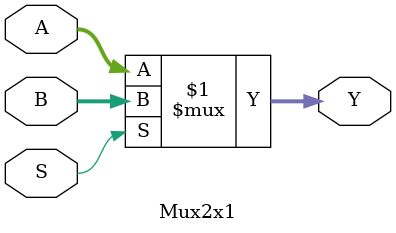
<source format=v>
module Mux2x1 #(parameter WIDTH = 32)(
    input [WIDTH-1:0] A,
    input [WIDTH-1:0] B,
    input S,
    output [WIDTH-1:0] Y
);

    assign Y = S ? B : A;

endmodule
</source>
